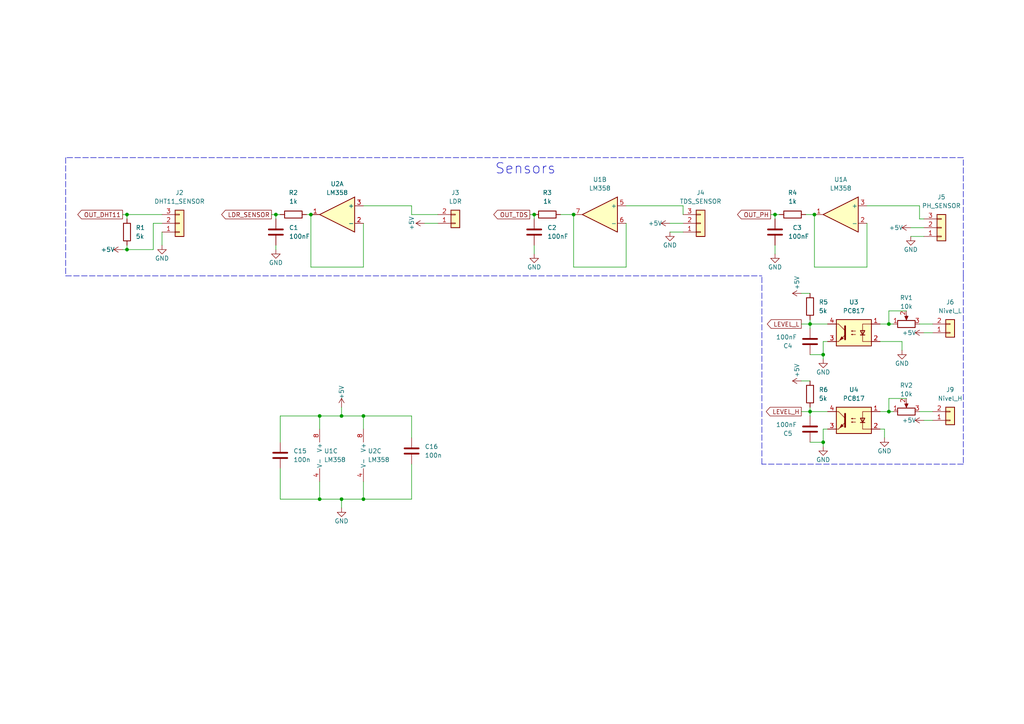
<source format=kicad_sch>
(kicad_sch (version 20211123) (generator eeschema)
  (paper "A4")
  (lib_symbols
    (symbol "Amplifier_Operational:LM358" (pin_names (offset 0.127))
      (property "Reference" "U" (at 0 5.08 0))
      (property "Value" "LM358" (at 0 -5.08 0))
      (symbol "LM358_1_1"
        (polyline (pts (xy -5.08 5.08) (xy 5.08 0) (xy -5.08 -5.08) (xy -5.08 5.08)) (stroke (width 0.254)) (fill (type background)))
        (pin output line (at 7.62 0 180) (length 2.54) (name "~") (number "1"))
        (pin input line (at -7.62 -2.54 0) (length 2.54) (name "-") (number "2"))
        (pin input line (at -7.62 2.54 0) (length 2.54) (name "+") (number "3"))
      )
      (symbol "LM358_2_1"
        (polyline (pts (xy -5.08 5.08) (xy 5.08 0) (xy -5.08 -5.08) (xy -5.08 5.08)) (stroke (width 0.254)) (fill (type background)))
        (pin input line (at -7.62 2.54 0) (length 2.54) (name "+") (number "5"))
        (pin input line (at -7.62 -2.54 0) (length 2.54) (name "-") (number "6"))
        (pin output line (at 7.62 0 180) (length 2.54) (name "~") (number "7"))
      )
      (symbol "LM358_3_1"
        (pin power_in line (at -2.54 -7.62 90) (length 3.81) (name "V-") (number "4"))
        (pin power_in line (at -2.54 7.62 270) (length 3.81) (name "V+") (number "8"))
      )
    )
    (symbol "Connector_Generic:Conn_01x02" (pin_names (offset 1.016) hide)
      (property "Reference" "J" (at 0 2.54 0))
      (property "Value" "Conn_01x02" (at 0 -5.08 0))
      (symbol "Conn_01x02_1_1"
        (rectangle (start -1.27 -2.413) (end 0 -2.667) (stroke (width 0.1524)))
        (rectangle (start -1.27 0.127) (end 0 -0.127) (stroke (width 0.1524)))
        (rectangle (start -1.27 1.27) (end 1.27 -3.81) (stroke (width 0.254)) (fill (type background)))
        (pin passive line (at -5.08 0 0) (length 3.81) (name "Pin_1") (number "1"))
        (pin passive line (at -5.08 -2.54 0) (length 3.81) (name "Pin_2") (number "2"))
      )
    )
    (symbol "Connector_Generic:Conn_01x03" (pin_names (offset 1.016) hide)
      (property "Reference" "J" (at 0 5.08 0))
      (property "Value" "Conn_01x03" (at 0 -5.08 0))
      (symbol "Conn_01x03_1_1"
        (rectangle (start -1.27 -2.413) (end 0 -2.667) (stroke (width 0.1524)))
        (rectangle (start -1.27 0.127) (end 0 -0.127) (stroke (width 0.1524)))
        (rectangle (start -1.27 2.667) (end 0 2.413) (stroke (width 0.1524)))
        (rectangle (start -1.27 3.81) (end 1.27 -3.81) (stroke (width 0.254)) (fill (type background)))
        (pin passive line (at -5.08 2.54 0) (length 3.81) (name "Pin_1") (number "1"))
        (pin passive line (at -5.08 0 0) (length 3.81) (name "Pin_2") (number "2"))
        (pin passive line (at -5.08 -2.54 0) (length 3.81) (name "Pin_3") (number "3"))
      )
    )
    (symbol "Device:C" (pin_numbers hide) (pin_names (offset 0.254))
      (property "Reference" "C" (at 0.635 2.54 0))
      (property "Value" "C" (at 0.635 -2.54 0))
      (symbol "C_0_1"
        (polyline (pts (xy -2.032 -0.762) (xy 2.032 -0.762)) (stroke (width 0.508)))
        (polyline (pts (xy -2.032 0.762) (xy 2.032 0.762)) (stroke (width 0.508)))
      )
      (symbol "C_1_1"
        (pin passive line (at 0 3.81 270) (length 2.794) (name "~") (number "1"))
        (pin passive line (at 0 -3.81 90) (length 2.794) (name "~") (number "2"))
      )
    )
    (symbol "Device:R" (pin_numbers hide) (pin_names (offset 0))
      (property "Reference" "R" (at 2.032 0 90))
      (property "Value" "R" (at 0 0 90))
      (symbol "R_0_1"
        (rectangle (start -1.016 -2.54) (end 1.016 2.54) (stroke (width 0.254)))
      )
      (symbol "R_1_1"
        (pin passive line (at 0 3.81 270) (length 1.27) (name "~") (number "1"))
        (pin passive line (at 0 -3.81 90) (length 1.27) (name "~") (number "2"))
      )
    )
    (symbol "Device:R_Potentiometer" (pin_names (offset 1.016) hide)
      (property "Reference" "RV" (at -4.445 0 90))
      (property "Value" "R_Potentiometer" (at -2.54 0 90))
      (symbol "R_Potentiometer_0_1"
        (polyline (pts (xy 2.54 0) (xy 1.524 0)))
        (polyline (pts (xy 1.143 0) (xy 2.286 0.508) (xy 2.286 -0.508) (xy 1.143 0)) (fill (type outline)))
        (rectangle (start 1.016 2.54) (end -1.016 -2.54) (stroke (width 0.254)))
      )
      (symbol "R_Potentiometer_1_1"
        (pin passive line (at 0 3.81 270) (length 1.27) (name "1") (number "1"))
        (pin passive line (at 3.81 0 180) (length 1.27) (name "2") (number "2"))
        (pin passive line (at 0 -3.81 90) (length 1.27) (name "3") (number "3"))
      )
    )
    (symbol "Isolator:PC817" (pin_names (offset 1.016))
      (property "Reference" "U" (at -5.08 5.08 0))
      (property "Value" "PC817" (at 0 5.08 0))
      (symbol "PC817_0_1"
        (rectangle (start -5.08 3.81) (end 5.08 -3.81) (stroke (width 0.254)) (fill (type background)))
        (polyline (pts (xy -3.175 -0.635) (xy -1.905 -0.635)) (stroke (width 0.254)))
        (polyline (pts (xy 2.54 0.635) (xy 4.445 2.54)))
        (polyline (pts (xy 4.445 -2.54) (xy 2.54 -0.635)) (fill (type outline)))
        (polyline (pts (xy 4.445 -2.54) (xy 5.08 -2.54)))
        (polyline (pts (xy 4.445 2.54) (xy 5.08 2.54)))
        (polyline (pts (xy -5.08 2.54) (xy -2.54 2.54) (xy -2.54 -0.635)))
        (polyline (pts (xy -2.54 -0.635) (xy -2.54 -2.54) (xy -5.08 -2.54)))
        (polyline (pts (xy 2.54 1.905) (xy 2.54 -1.905) (xy 2.54 -1.905)) (stroke (width 0.508)))
        (polyline (pts (xy -2.54 -0.635) (xy -3.175 0.635) (xy -1.905 0.635) (xy -2.54 -0.635)) (stroke (width 0.254)))
        (polyline (pts (xy -0.508 -0.508) (xy 0.762 -0.508) (xy 0.381 -0.635) (xy 0.381 -0.381) (xy 0.762 -0.508)))
        (polyline (pts (xy -0.508 0.508) (xy 0.762 0.508) (xy 0.381 0.381) (xy 0.381 0.635) (xy 0.762 0.508)))
        (polyline (pts (xy 3.048 -1.651) (xy 3.556 -1.143) (xy 4.064 -2.159) (xy 3.048 -1.651) (xy 3.048 -1.651)) (fill (type outline)))
      )
      (symbol "PC817_1_1"
        (pin passive line (at -7.62 2.54 0) (length 2.54) (name "~") (number "1"))
        (pin passive line (at -7.62 -2.54 0) (length 2.54) (name "~") (number "2"))
        (pin passive line (at 7.62 -2.54 180) (length 2.54) (name "~") (number "3"))
        (pin passive line (at 7.62 2.54 180) (length 2.54) (name "~") (number "4"))
      )
    )
    (symbol "power:+5V" (power) (pin_names (offset 0))
      (property "Value" "+5V" (at 0 3.556 0))
      (symbol "+5V_0_1"
        (polyline (pts (xy -0.762 1.27) (xy 0 2.54)))
        (polyline (pts (xy 0 0) (xy 0 2.54)))
        (polyline (pts (xy 0 2.54) (xy 0.762 1.27)))
      )
      (symbol "+5V_1_1"
        (pin power_in line (at 0 0 90) (length 0) hide (name "+5V") (number "1"))
      )
    )
    (symbol "power:GND" (power) (pin_names (offset 0))
      (property "Value" "GND" (at 0 -3.81 0))
      (symbol "GND_0_1"
        (polyline (pts (xy 0 0) (xy 0 -1.27) (xy 1.27 -1.27) (xy 0 -2.54) (xy -1.27 -1.27) (xy 0 -1.27)))
      )
      (symbol "GND_1_1"
        (pin power_in line (at 0 0 270) (length 0) hide (name "GND") (number "1"))
      )
    )
  )
  (junction (at 92.71 144.78))
  (junction (at 36.83 62.23))
  (junction (at 105.41 144.78))
  (junction (at 166.37 62.23))
  (junction (at 257.81 93.98))
  (junction (at 99.06 144.78))
  (junction (at 238.76 102.87))
  (junction (at 36.83 72.39))
  (junction (at 236.22 62.23))
  (junction (at 234.95 93.98))
  (junction (at 99.06 120.65))
  (junction (at 224.79 62.23))
  (junction (at 234.95 119.38))
  (junction (at 92.71 120.65))
  (junction (at 154.94 62.23))
  (junction (at 105.41 120.65))
  (junction (at 90.17 62.23))
  (junction (at 238.76 128.27))
  (junction (at 80.01 62.23))
  (junction (at 257.81 119.38))
  (wire (pts (xy 232.41 85.09) (xy 234.95 85.09)))
  (wire (pts (xy 224.79 73.66) (xy 224.79 71.12)))
  (wire (pts (xy 257.81 93.98) (xy 255.27 93.98)))
  (wire (pts (xy 251.46 77.47) (xy 251.46 64.77)))
  (wire (pts (xy 234.95 102.87) (xy 238.76 102.87)))
  (wire (pts (xy 251.46 59.69) (xy 266.7 59.69)))
  (wire (pts (xy 81.28 135.89) (xy 81.28 144.78)))
  (wire (pts (xy 234.95 92.71) (xy 234.95 93.98)))
  (wire (pts (xy 44.45 72.39) (xy 44.45 64.77)))
  (wire (pts (xy 81.28 144.78) (xy 92.71 144.78)))
  (wire (pts (xy 35.56 72.39) (xy 36.83 72.39)))
  (wire (pts (xy 223.52 62.23) (xy 224.79 62.23)))
  (wire (pts (xy 99.06 144.78) (xy 105.41 144.78)))
  (wire (pts (xy 123.19 64.77) (xy 127 64.77)))
  (wire (pts (xy 266.7 119.38) (xy 270.51 119.38)))
  (wire (pts (xy 234.95 93.98) (xy 234.95 95.25)))
  (wire (pts (xy 105.41 139.7) (xy 105.41 144.78)))
  (wire (pts (xy 36.83 72.39) (xy 44.45 72.39)))
  (wire (pts (xy 257.81 93.98) (xy 259.08 93.98)))
  (wire (pts (xy 119.38 144.78) (xy 105.41 144.78)))
  (wire (pts (xy 105.41 59.69) (xy 119.38 59.69)))
  (wire (pts (xy 90.17 62.23) (xy 90.17 77.47)))
  (wire (pts (xy 92.71 120.65) (xy 99.06 120.65)))
  (wire (pts (xy 162.56 62.23) (xy 166.37 62.23)))
  (wire (pts (xy 92.71 124.46) (xy 92.71 120.65)))
  (wire (pts (xy 119.38 62.23) (xy 127 62.23)))
  (wire (pts (xy 194.31 67.31) (xy 198.12 67.31)))
  (wire (pts (xy 224.79 63.5) (xy 224.79 62.23)))
  (wire (pts (xy 166.37 77.47) (xy 181.61 77.47)))
  (polyline (pts (xy 279.4 80.01) (xy 279.4 134.62)))
  (wire (pts (xy 266.7 59.69) (xy 266.7 63.5)))
  (wire (pts (xy 257.81 90.17) (xy 257.81 93.98)))
  (wire (pts (xy 78.74 62.23) (xy 80.01 62.23)))
  (wire (pts (xy 234.95 119.38) (xy 234.95 120.65)))
  (wire (pts (xy 267.97 96.52) (xy 270.51 96.52)))
  (wire (pts (xy 181.61 59.69) (xy 198.12 59.69)))
  (wire (pts (xy 256.54 124.46) (xy 256.54 127)))
  (wire (pts (xy 154.94 73.66) (xy 154.94 71.12)))
  (wire (pts (xy 234.95 128.27) (xy 238.76 128.27)))
  (wire (pts (xy 238.76 102.87) (xy 238.76 99.06)))
  (polyline (pts (xy 19.05 80.01) (xy 220.98 80.01)))
  (polyline (pts (xy 279.4 134.62) (xy 220.98 134.62)))
  (wire (pts (xy 119.38 127) (xy 119.38 120.65)))
  (wire (pts (xy 234.95 119.38) (xy 240.03 119.38)))
  (wire (pts (xy 236.22 62.23) (xy 236.22 77.47)))
  (wire (pts (xy 198.12 64.77) (xy 194.31 64.77)))
  (wire (pts (xy 119.38 134.62) (xy 119.38 144.78)))
  (wire (pts (xy 198.12 59.69) (xy 198.12 62.23)))
  (wire (pts (xy 46.99 71.12) (xy 46.99 67.31)))
  (wire (pts (xy 44.45 64.77) (xy 46.99 64.77)))
  (wire (pts (xy 238.76 99.06) (xy 240.03 99.06)))
  (wire (pts (xy 92.71 139.7) (xy 92.71 144.78)))
  (wire (pts (xy 255.27 124.46) (xy 256.54 124.46)))
  (polyline (pts (xy 19.05 45.72) (xy 19.05 80.01)))
  (wire (pts (xy 255.27 119.38) (xy 257.81 119.38)))
  (wire (pts (xy 46.99 62.23) (xy 36.83 62.23)))
  (wire (pts (xy 166.37 62.23) (xy 166.37 77.47)))
  (wire (pts (xy 234.95 118.11) (xy 234.95 119.38)))
  (wire (pts (xy 238.76 104.14) (xy 238.76 102.87)))
  (wire (pts (xy 80.01 63.5) (xy 80.01 62.23)))
  (wire (pts (xy 262.89 90.17) (xy 257.81 90.17)))
  (wire (pts (xy 264.16 68.58) (xy 267.97 68.58)))
  (wire (pts (xy 257.81 115.57) (xy 257.81 119.38)))
  (wire (pts (xy 238.76 124.46) (xy 240.03 124.46)))
  (wire (pts (xy 153.67 62.23) (xy 154.94 62.23)))
  (wire (pts (xy 88.9 62.23) (xy 90.17 62.23)))
  (wire (pts (xy 119.38 120.65) (xy 105.41 120.65)))
  (wire (pts (xy 236.22 77.47) (xy 251.46 77.47)))
  (wire (pts (xy 154.94 62.23) (xy 154.94 63.5)))
  (wire (pts (xy 99.06 118.11) (xy 99.06 120.65)))
  (wire (pts (xy 90.17 77.47) (xy 105.41 77.47)))
  (wire (pts (xy 261.62 99.06) (xy 255.27 99.06)))
  (wire (pts (xy 238.76 129.54) (xy 238.76 128.27)))
  (wire (pts (xy 238.76 128.27) (xy 238.76 124.46)))
  (wire (pts (xy 262.89 115.57) (xy 257.81 115.57)))
  (wire (pts (xy 234.95 93.98) (xy 240.03 93.98)))
  (wire (pts (xy 224.79 62.23) (xy 226.06 62.23)))
  (wire (pts (xy 92.71 144.78) (xy 99.06 144.78)))
  (wire (pts (xy 81.28 120.65) (xy 92.71 120.65)))
  (wire (pts (xy 36.83 71.12) (xy 36.83 72.39)))
  (wire (pts (xy 264.16 66.04) (xy 267.97 66.04)))
  (wire (pts (xy 105.41 124.46) (xy 105.41 120.65)))
  (wire (pts (xy 99.06 147.32) (xy 99.06 144.78)))
  (wire (pts (xy 105.41 77.47) (xy 105.41 64.77)))
  (polyline (pts (xy 220.98 134.62) (xy 220.98 80.01)))
  (wire (pts (xy 266.7 93.98) (xy 270.51 93.98)))
  (wire (pts (xy 232.41 93.98) (xy 234.95 93.98)))
  (wire (pts (xy 36.83 62.23) (xy 36.83 63.5)))
  (polyline (pts (xy 279.4 80.01) (xy 279.4 45.72)))
  (wire (pts (xy 119.38 59.69) (xy 119.38 62.23)))
  (wire (pts (xy 266.7 63.5) (xy 267.97 63.5)))
  (wire (pts (xy 261.62 99.06) (xy 261.62 101.6)))
  (wire (pts (xy 270.51 121.92) (xy 267.97 121.92)))
  (wire (pts (xy 232.41 110.49) (xy 234.95 110.49)))
  (wire (pts (xy 36.83 62.23) (xy 35.56 62.23)))
  (wire (pts (xy 232.41 119.38) (xy 234.95 119.38)))
  (wire (pts (xy 80.01 62.23) (xy 81.28 62.23)))
  (wire (pts (xy 257.81 119.38) (xy 259.08 119.38)))
  (wire (pts (xy 181.61 77.47) (xy 181.61 64.77)))
  (wire (pts (xy 105.41 120.65) (xy 99.06 120.65)))
  (wire (pts (xy 80.01 72.39) (xy 80.01 71.12)))
  (wire (pts (xy 233.68 62.23) (xy 236.22 62.23)))
  (polyline (pts (xy 279.4 45.72) (xy 19.05 45.72)))
  (wire (pts (xy 81.28 128.27) (xy 81.28 120.65)))
  (text "Sensors" (at 143.51 50.8 0) (effects (font (size 3 3)) (justify left bottom)))
  (global_label "OUT_DHT11" (shape output) (at 35.56 62.23 180) (property "Intersheet References" "${INTERSHEET_REFS}" (effects hide)))
  (global_label "OUT_PH" (shape output) (at 223.52 62.23 180) (property "Intersheet References" "${INTERSHEET_REFS}" (effects hide)))
  (global_label "LEVEL_L" (shape output) (at 232.41 93.98 180) (property "Intersheet References" "${INTERSHEET_REFS}" (effects hide)))
  (global_label "OUT_TDS" (shape output) (at 153.67 62.23 180) (property "Intersheet References" "${INTERSHEET_REFS}" (effects hide)))
  (global_label "LEVEL_H" (shape output) (at 232.41 119.38 180) (property "Intersheet References" "${INTERSHEET_REFS}" (effects hide)))
  (global_label "LDR_SENSOR" (shape output) (at 78.74 62.23 180) (property "Intersheet References" "${INTERSHEET_REFS}" (effects hide)))
  (symbol (lib_id "power:GND") (at 224.79 73.66 0) (unit 1)
    (property "Reference" "#PWR0117" (effects hide))
    (property "Value" "GND" (at 224.79 77.47 0))
  )
  (symbol (lib_id "Isolator:PC817") (at 247.65 96.52 0) (mirror y) (unit 1)
    (property "Reference" "U3" (at 247.65 87.63 0))
    (property "Value" "PC817" (at 247.65 90.17 0))
    (property "Footprint" "Package_DIP:DIP-4_W7.62mm" (effects hide))
    (property "Datasheet" "http://www.soselectronic.cz/a_info/resource/d/pc817.pdf" (effects hide))
  )
  (symbol (lib_id "power:GND") (at 154.94 73.66 0) (unit 1)
    (property "Reference" "#PWR0121" (effects hide))
    (property "Value" "GND" (at 154.94 77.47 0))
  )
  (symbol (lib_id "Device:C") (at 81.28 132.08 0) (unit 1)
    (property "Reference" "C15" (at 85.09 130.8099 0) (effects (justify left)))
    (property "Value" "100n" (at 85.09 133.3499 0) (effects (justify left)))
    (property "Footprint" "Capacitor_SMD:C_0201_0603Metric" (effects hide))
  )
  (symbol (lib_id "Device:R") (at 36.83 67.31 0) (unit 1)
    (property "Reference" "R1" (at 39.37 66.0399 0) (effects (justify left)))
    (property "Value" "5k" (at 39.37 68.5799 0) (effects (justify left)))
    (property "Footprint" "Resistor_SMD:R_0603_1608Metric" (effects hide))
  )
  (symbol (lib_id "power:+5V") (at 264.16 66.04 90) (unit 1)
    (property "Reference" "#PWR0105" (effects hide))
    (property "Value" "+5V" (at 257.81 66.04 90) (effects (justify right)))
  )
  (symbol (lib_id "power:+5V") (at 35.56 72.39 90) (unit 1)
    (property "Reference" "#PWR0115" (effects hide))
    (property "Value" "+5V" (at 29.21 72.39 90) (effects (justify right)))
  )
  (symbol (lib_id "power:GND") (at 194.31 67.31 0) (unit 1)
    (property "Reference" "#PWR0118" (effects hide))
    (property "Value" "GND" (at 194.31 71.12 0))
  )
  (symbol (lib_id "Device:C") (at 119.38 130.81 0) (unit 1)
    (property "Reference" "C16" (at 123.19 129.5399 0) (effects (justify left)))
    (property "Value" "100n" (at 123.19 132.0799 0) (effects (justify left)))
    (property "Footprint" "Capacitor_SMD:C_0201_0603Metric" (effects hide))
  )
  (symbol (lib_id "power:+5V") (at 232.41 110.49 90) (unit 1)
    (property "Reference" "#PWR0110" (effects hide))
    (property "Value" "+5V" (at 231.14 105.41 0) (effects (justify right)))
  )
  (symbol (lib_id "Device:C") (at 224.79 67.31 0) (unit 1)
    (property "Reference" "C3" (at 229.87 66.0399 0) (effects (justify left)))
    (property "Value" "100nF" (at 228.6 68.5799 0) (effects (justify left)))
    (property "Footprint" "Capacitor_SMD:C_0603_1608Metric" (effects hide))
  )
  (symbol (lib_id "power:+5V") (at 123.19 64.77 90) (mirror x) (unit 1)
    (property "Reference" "#PWR0122" (effects hide))
    (property "Value" "+5V" (at 119.38 64.77 0))
  )
  (symbol (lib_id "power:GND") (at 256.54 127 0) (unit 1)
    (property "Reference" "#PWR0107" (effects hide))
    (property "Value" "GND" (at 256.54 130.81 0))
  )
  (symbol (lib_id "power:GND") (at 46.99 71.12 0) (unit 1)
    (property "Reference" "#PWR0114" (effects hide))
    (property "Value" "GND" (at 46.99 74.93 0))
  )
  (symbol (lib_id "Device:R") (at 85.09 62.23 90) (unit 1)
    (property "Reference" "R2" (at 85.09 55.88 90))
    (property "Value" "1k" (at 85.09 58.42 90))
    (property "Footprint" "Resistor_SMD:R_0603_1608Metric" (effects hide))
  )
  (symbol (lib_id "power:GND") (at 238.76 104.14 0) (unit 1)
    (property "Reference" "#PWR0104" (effects hide))
    (property "Value" "GND" (at 238.76 107.95 0))
  )
  (symbol (lib_id "Device:R_Potentiometer") (at 262.89 119.38 90) (unit 1)
    (property "Reference" "RV2" (at 262.89 111.76 90))
    (property "Value" "10k" (at 262.89 114.3 90))
    (property "Footprint" "Potentiometer_THT:Potentiometer_Bourns_3266Y_Vertical" (effects hide))
  )
  (symbol (lib_id "Device:C") (at 234.95 124.46 180) (unit 1)
    (property "Reference" "C5" (at 229.87 125.7301 0) (effects (justify left)))
    (property "Value" "100nF" (at 231.14 123.1901 0) (effects (justify left)))
    (property "Footprint" "Capacitor_SMD:C_0603_1608Metric" (effects hide))
  )
  (symbol (lib_id "power:+5V") (at 267.97 121.92 90) (unit 1)
    (property "Reference" "#PWR0106" (effects hide))
    (property "Value" "+5V" (at 261.62 121.92 90) (effects (justify right)))
  )
  (symbol (lib_id "Isolator:PC817") (at 247.65 121.92 0) (mirror y) (unit 1)
    (property "Reference" "U4" (at 247.65 113.03 0))
    (property "Value" "PC817" (at 247.65 115.57 0))
    (property "Footprint" "Package_DIP:DIP-4_W7.62mm" (effects hide))
    (property "Datasheet" "http://www.soselectronic.cz/a_info/resource/d/pc817.pdf" (effects hide))
  )
  (symbol (lib_id "Amplifier_Operational:LM358") (at 95.25 132.08 0) (unit 3)
    (property "Reference" "U1" (at 93.98 130.8099 0) (effects (justify left)))
    (property "Value" "LM358" (at 93.98 133.3499 0) (effects (justify left)))
    (property "Footprint" "Package_SO:SOIC-8_3.9x4.9mm_P1.27mm" (effects hide))
    (property "Datasheet" "http://www.ti.com/lit/ds/symlink/lm2904-n.pdf" (effects hide))
  )
  (symbol (lib_id "Amplifier_Operational:LM358") (at 243.84 62.23 0) (mirror y) (unit 1)
    (property "Reference" "U1" (at 243.84 52.07 0))
    (property "Value" "LM358" (at 243.84 54.61 0))
    (property "Footprint" "Package_SO:SOIC-8_3.9x4.9mm_P1.27mm" (effects hide))
    (property "Datasheet" "http://www.ti.com/lit/ds/symlink/lm2904-n.pdf" (effects hide))
  )
  (symbol (lib_id "power:+5V") (at 194.31 64.77 90) (unit 1)
    (property "Reference" "#PWR0119" (effects hide))
    (property "Value" "+5V" (at 187.96 64.77 90) (effects (justify right)))
  )
  (symbol (lib_id "Device:R") (at 229.87 62.23 90) (unit 1)
    (property "Reference" "R4" (at 229.87 55.88 90))
    (property "Value" "1k" (at 229.87 58.42 90))
    (property "Footprint" "Resistor_SMD:R_0603_1608Metric" (effects hide))
  )
  (symbol (lib_id "Device:R") (at 158.75 62.23 90) (unit 1)
    (property "Reference" "R3" (at 158.75 55.88 90))
    (property "Value" "1k" (at 158.75 58.42 90))
    (property "Footprint" "Resistor_SMD:R_0603_1608Metric" (effects hide))
  )
  (symbol (lib_id "Device:R") (at 234.95 88.9 0) (unit 1)
    (property "Reference" "R5" (at 237.49 87.6299 0) (effects (justify left)))
    (property "Value" "5k" (at 237.49 90.1699 0) (effects (justify left)))
    (property "Footprint" "Resistor_SMD:R_0603_1608Metric" (effects hide))
  )
  (symbol (lib_id "power:+5V") (at 232.41 85.09 90) (unit 1)
    (property "Reference" "#PWR0103" (effects hide))
    (property "Value" "+5V" (at 231.14 80.01 0) (effects (justify right)))
  )
  (symbol (lib_id "Device:C") (at 154.94 67.31 0) (unit 1)
    (property "Reference" "C2" (at 158.75 66.0399 0) (effects (justify left)))
    (property "Value" "100nF" (at 158.75 68.5799 0) (effects (justify left)))
    (property "Footprint" "Capacitor_SMD:C_0603_1608Metric" (effects hide))
  )
  (symbol (lib_id "Device:C") (at 234.95 99.06 180) (unit 1)
    (property "Reference" "C4" (at 229.87 100.3301 0) (effects (justify left)))
    (property "Value" "100nF" (at 231.14 97.7901 0) (effects (justify left)))
    (property "Footprint" "Capacitor_SMD:C_0603_1608Metric" (effects hide))
  )
  (symbol (lib_id "Device:R") (at 234.95 114.3 0) (unit 1)
    (property "Reference" "R6" (at 237.49 113.0299 0) (effects (justify left)))
    (property "Value" "5k" (at 237.49 115.5699 0) (effects (justify left)))
    (property "Footprint" "Resistor_SMD:R_0603_1608Metric" (effects hide))
  )
  (symbol (lib_id "Amplifier_Operational:LM358") (at 173.99 62.23 0) (mirror y) (unit 2)
    (property "Reference" "U1" (at 173.99 52.07 0))
    (property "Value" "LM358" (at 173.99 54.61 0))
    (property "Footprint" "Package_SO:SOIC-8_3.9x4.9mm_P1.27mm" (effects hide))
    (property "Datasheet" "http://www.ti.com/lit/ds/symlink/lm2904-n.pdf" (effects hide))
  )
  (symbol (lib_id "Connector_Generic:Conn_01x03") (at 203.2 64.77 0) (mirror x) (unit 1)
    (property "Reference" "J4" (at 203.2 55.88 0))
    (property "Value" "TDS_SENSOR" (at 203.2 58.42 0))
    (property "Footprint" "TerminalBlock:TerminalBlock_bornier-3_P5.08mm" (effects hide))
  )
  (symbol (lib_id "Connector_Generic:Conn_01x02") (at 275.59 121.92 0) (mirror x) (unit 1)
    (property "Reference" "J9" (at 275.59 113.03 0))
    (property "Value" "Nivel_H" (at 275.59 115.57 0))
    (property "Footprint" "TerminalBlock:TerminalBlock_bornier-2_P5.08mm" (effects hide))
  )
  (symbol (lib_id "power:GND") (at 264.16 68.58 0) (unit 1)
    (property "Reference" "#PWR0120" (effects hide))
    (property "Value" "GND" (at 264.16 72.39 0))
  )
  (symbol (lib_id "power:GND") (at 238.76 129.54 0) (unit 1)
    (property "Reference" "#PWR0108" (effects hide))
    (property "Value" "GND" (at 238.76 133.35 0))
  )
  (symbol (lib_id "Connector_Generic:Conn_01x03") (at 52.07 64.77 0) (mirror x) (unit 1)
    (property "Reference" "J2" (at 52.07 55.88 0))
    (property "Value" "DHT11_SENSOR" (at 52.07 58.42 0))
    (property "Footprint" "TerminalBlock:TerminalBlock_bornier-3_P5.08mm" (effects hide))
  )
  (symbol (lib_id "Device:C") (at 80.01 67.31 0) (unit 1)
    (property "Reference" "C1" (at 83.82 66.0399 0) (effects (justify left)))
    (property "Value" "100nF" (at 83.82 68.5799 0) (effects (justify left)))
    (property "Footprint" "Capacitor_SMD:C_0603_1608Metric" (effects hide))
  )
  (symbol (lib_id "Amplifier_Operational:LM358") (at 97.79 62.23 0) (mirror y) (unit 1)
    (property "Reference" "U2" (at 97.79 53.34 0))
    (property "Value" "LM358" (at 97.79 55.88 0))
    (property "Footprint" "Package_SO:SOIC-8_3.9x4.9mm_P1.27mm" (effects hide))
    (property "Datasheet" "http://www.ti.com/lit/ds/symlink/lm2904-n.pdf" (effects hide))
  )
  (symbol (lib_id "power:+5V") (at 267.97 96.52 90) (unit 1)
    (property "Reference" "#PWR0109" (effects hide))
    (property "Value" "+5V" (at 261.62 96.52 90) (effects (justify right)))
  )
  (symbol (lib_id "Amplifier_Operational:LM358") (at 107.95 132.08 0) (unit 3)
    (property "Reference" "U2" (at 106.68 130.8099 0) (effects (justify left)))
    (property "Value" "LM358" (at 106.68 133.3499 0) (effects (justify left)))
    (property "Footprint" "Package_SO:SOIC-8_3.9x4.9mm_P1.27mm" (effects hide))
    (property "Datasheet" "http://www.ti.com/lit/ds/symlink/lm2904-n.pdf" (effects hide))
  )
  (symbol (lib_id "Connector_Generic:Conn_01x02") (at 275.59 96.52 0) (mirror x) (unit 1)
    (property "Reference" "J6" (at 275.59 87.63 0))
    (property "Value" "Nivel_L" (at 275.59 90.17 0))
    (property "Footprint" "TerminalBlock:TerminalBlock_bornier-2_P5.08mm" (effects hide))
  )
  (symbol (lib_id "power:GND") (at 99.06 147.32 0) (unit 1)
    (property "Reference" "#PWR0157" (effects hide))
    (property "Value" "GND" (at 99.06 151.13 0))
  )
  (symbol (lib_id "Connector_Generic:Conn_01x03") (at 273.05 66.04 0) (mirror x) (unit 1)
    (property "Reference" "J5" (at 273.05 57.15 0))
    (property "Value" "PH_SENSOR" (at 273.05 59.69 0))
    (property "Footprint" "TerminalBlock:TerminalBlock_bornier-3_P5.08mm" (effects hide))
  )
  (symbol (lib_id "Connector_Generic:Conn_01x02") (at 132.08 64.77 0) (mirror x) (unit 1)
    (property "Reference" "J3" (at 132.08 55.88 0))
    (property "Value" "LDR" (at 132.08 58.42 0))
    (property "Footprint" "TerminalBlock:TerminalBlock_bornier-2_P5.08mm" (effects hide))
  )
  (symbol (lib_id "power:+5V") (at 99.06 118.11 0) (unit 1)
    (property "Reference" "#PWR0158" (effects hide))
    (property "Value" "+5V" (at 99.06 111.76 90) (effects (justify right)))
  )
  (symbol (lib_id "power:GND") (at 80.01 72.39 0) (unit 1)
    (property "Reference" "#PWR0116" (effects hide))
    (property "Value" "GND" (at 80.01 76.2 0))
  )
  (symbol (lib_id "Device:R_Potentiometer") (at 262.89 93.98 90) (unit 1)
    (property "Reference" "RV1" (at 262.89 86.36 90))
    (property "Value" "10k" (at 262.89 88.9 90))
    (property "Footprint" "Potentiometer_THT:Potentiometer_Bourns_3266Y_Vertical" (effects hide))
  )
  (symbol (lib_id "power:GND") (at 261.62 101.6 0) (unit 1)
    (property "Reference" "#PWR0111" (effects hide))
    (property "Value" "GND" (at 261.62 105.41 0))
  )
)
</source>
